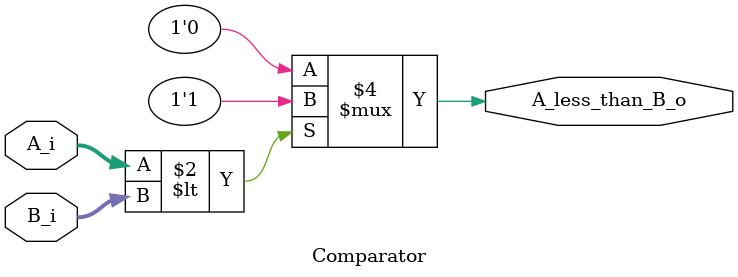
<source format=v>
`timescale 1ns/1ps

module Comparator (
    input wire [16:0] A_i,
    input wire [16:0] B_i,
    output reg A_less_than_B_o
);

always@* begin
    if(A_i < B_i)
        A_less_than_B_o = 1'b1;
    else
        A_less_than_B_o = 1'b0;
end

endmodule

</source>
